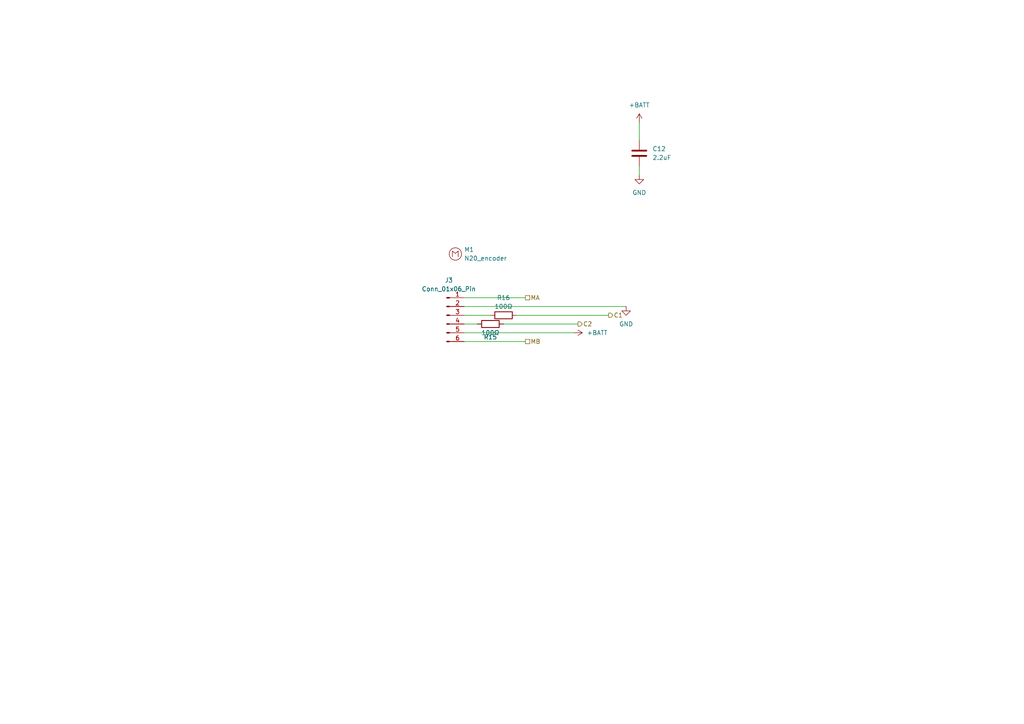
<source format=kicad_sch>
(kicad_sch (version 20230121) (generator eeschema)
  (paper "A4")
  (lib_symbols
    (symbol "Connector:Conn_01x06_Pin" (pin_names (offset 1.016) hide)
      (property "Reference" "J" (at 0 7.62 0))
      (property "Value" "Conn_01x06_Pin" (at 0 -10.16 0))
      (symbol "Conn_01x06_Pin_1_1"
        (polyline (pts (xy 1.27 -7.62) (xy 0.8636 -7.62)) (stroke (width 0.1524)))
        (polyline (pts (xy 1.27 -5.08) (xy 0.8636 -5.08)) (stroke (width 0.1524)))
        (polyline (pts (xy 1.27 -2.54) (xy 0.8636 -2.54)) (stroke (width 0.1524)))
        (polyline (pts (xy 1.27 0) (xy 0.8636 0)) (stroke (width 0.1524)))
        (polyline (pts (xy 1.27 2.54) (xy 0.8636 2.54)) (stroke (width 0.1524)))
        (polyline (pts (xy 1.27 5.08) (xy 0.8636 5.08)) (stroke (width 0.1524)))
        (rectangle (start 0.8636 -7.493) (end 0 -7.747) (stroke (width 0.1524)) (fill (type outline)))
        (rectangle (start 0.8636 -4.953) (end 0 -5.207) (stroke (width 0.1524)) (fill (type outline)))
        (rectangle (start 0.8636 -2.413) (end 0 -2.667) (stroke (width 0.1524)) (fill (type outline)))
        (rectangle (start 0.8636 0.127) (end 0 -0.127) (stroke (width 0.1524)) (fill (type outline)))
        (rectangle (start 0.8636 2.667) (end 0 2.413) (stroke (width 0.1524)) (fill (type outline)))
        (rectangle (start 0.8636 5.207) (end 0 4.953) (stroke (width 0.1524)) (fill (type outline)))
        (pin passive line (at 5.08 5.08 180) (length 3.81) (name "Pin_1") (number "1"))
        (pin passive line (at 5.08 2.54 180) (length 3.81) (name "Pin_2") (number "2"))
        (pin passive line (at 5.08 0 180) (length 3.81) (name "Pin_3") (number "3"))
        (pin passive line (at 5.08 -2.54 180) (length 3.81) (name "Pin_4") (number "4"))
        (pin passive line (at 5.08 -5.08 180) (length 3.81) (name "Pin_5") (number "5"))
        (pin passive line (at 5.08 -7.62 180) (length 3.81) (name "Pin_6") (number "6"))
      )
    )
    (symbol "Device:C" (pin_numbers hide) (pin_names (offset 0.254))
      (property "Reference" "C" (at 0.635 2.54 0))
      (property "Value" "C" (at 0.635 -2.54 0))
      (symbol "C_0_1"
        (polyline (pts (xy -2.032 -0.762) (xy 2.032 -0.762)) (stroke (width 0.508)))
        (polyline (pts (xy -2.032 0.762) (xy 2.032 0.762)) (stroke (width 0.508)))
      )
      (symbol "C_1_1"
        (pin passive line (at 0 3.81 270) (length 2.794) (name "~") (number "1"))
        (pin passive line (at 0 -3.81 90) (length 2.794) (name "~") (number "2"))
      )
    )
    (symbol "Device:R" (pin_numbers hide) (pin_names (offset 0))
      (property "Reference" "R" (at 2.032 0 90))
      (property "Value" "R" (at 0 0 90))
      (symbol "R_0_1"
        (rectangle (start -1.016 -2.54) (end 1.016 2.54) (stroke (width 0.254)))
      )
      (symbol "R_1_1"
        (pin passive line (at 0 3.81 270) (length 1.27) (name "~") (number "1"))
        (pin passive line (at 0 -3.81 90) (length 1.27) (name "~") (number "2"))
      )
    )
    (symbol "minimouse:N20_w_encoder"
      (property "Reference" "M" (at -8.89 1.27 0))
      (property "Value" "N20_encoder" (at 0 -2.54 0))
      (symbol "N20_w_encoder_0_1"
        (polyline (pts (xy -0.8636 -0.8128) (xy -0.8636 0.8636) (xy 0 0.1524) (xy 0.8128 0.8636) (xy 0.8128 -0.8128)))
        (circle (center 0 0) (radius 1.7961))
      )
    )
    (symbol "power:+BATT" (power) (pin_names (offset 0))
      (property "Value" "+BATT" (at 0 3.556 0))
      (symbol "+BATT_0_1"
        (polyline (pts (xy -0.762 1.27) (xy 0 2.54)))
        (polyline (pts (xy 0 0) (xy 0 2.54)))
        (polyline (pts (xy 0 2.54) (xy 0.762 1.27)))
      )
      (symbol "+BATT_1_1"
        (pin power_in line (at 0 0 90) (length 0) hide (name "+BATT") (number "1"))
      )
    )
    (symbol "power:GND" (power) (pin_names (offset 0))
      (property "Value" "GND" (at 0 -3.81 0))
      (symbol "GND_0_1"
        (polyline (pts (xy 0 0) (xy 0 -1.27) (xy 1.27 -1.27) (xy 0 -2.54) (xy -1.27 -1.27) (xy 0 -1.27)))
      )
      (symbol "GND_1_1"
        (pin power_in line (at 0 0 270) (length 0) hide (name "GND") (number "1"))
      )
    )
  )
  (wire (pts (xy 149.86 91.44) (xy 176.53 91.44)))
  (wire (pts (xy 134.62 86.36) (xy 152.4 86.36)))
  (wire (pts (xy 146.05 93.98) (xy 167.64 93.98)))
  (wire (pts (xy 134.62 96.52) (xy 166.37 96.52)))
  (wire (pts (xy 134.62 99.06) (xy 152.4 99.06)))
  (wire (pts (xy 185.42 48.26) (xy 185.42 50.8)))
  (wire (pts (xy 134.62 93.98) (xy 138.43 93.98)))
  (wire (pts (xy 134.62 91.44) (xy 142.24 91.44)))
  (wire (pts (xy 185.42 35.56) (xy 185.42 40.64)))
  (wire (pts (xy 134.62 88.9) (xy 181.61 88.9)))
  (hierarchical_label "C1" (shape output) (at 176.53 91.44 0))
  (hierarchical_label "C2" (shape output) (at 167.64 93.98 0))
  (hierarchical_label "MB" (shape passive) (at 152.4 99.06 0))
  (hierarchical_label "MA" (shape passive) (at 152.4 86.36 0))
  (symbol (lib_id "power:+BATT") (at 166.37 96.52 270) (unit 1)
    (property "Reference" "#PWR022" (effects hide))
    (property "Value" "+BATT" (at 170.18 96.52 90) (effects (justify left)))
    (instances (project "minimouse" (path "" (reference "#PWR022") (unit 1)) (path "" (reference "#PWR026") (unit 1))))
  )
  (symbol (lib_id "Device:C") (at 185.42 44.45 0) (unit 1)
    (property "Reference" "C12" (at 189.23 43.18 0) (effects (justify left)))
    (property "Value" "2.2uF" (at 189.23 45.72 0) (effects (justify left)))
    (property "Footprint" "Capacitor_SMD:C_0603_1608Metric" (effects hide))
    (instances (project "minimouse" (path "" (reference "C12") (unit 1)) (path "" (reference "C13") (unit 1))))
  )
  (symbol (lib_id "power:+BATT") (at 185.42 35.56 0) (unit 1)
    (property "Reference" "#PWR024" (effects hide))
    (property "Value" "+BATT" (at 185.42 30.48 0))
    (instances (project "minimouse" (path "" (reference "#PWR024") (unit 1)) (path "" (reference "#PWR028") (unit 1))))
  )
  (symbol (lib_id "Device:R") (at 146.05 91.44 90) (unit 1)
    (property "Reference" "R16" (at 146.05 86.36 90))
    (property "Value" "100Ω" (at 146.05 88.9 90))
    (property "Footprint" "Resistor_SMD:R_0603_1608Metric" (effects hide))
    (instances (project "minimouse" (path "" (reference "R16") (unit 1)) (path "" (reference "R18") (unit 1))))
  )
  (symbol (lib_id "minimouse:N20_w_encoder") (at 132.08 73.66 0) (unit 1)
    (property "Reference" "M1" (at 134.62 72.39 0) (effects (justify left)))
    (property "Value" "N20_encoder" (at 134.62 74.93 0) (effects (justify left)))
    (property "Footprint" "minimouse:N20_with_encoder" (effects hide))
    (instances (project "minimouse" (path "" (reference "M1") (unit 1)) (path "" (reference "M2") (unit 1))))
  )
  (symbol (lib_id "power:GND") (at 185.42 50.8 0) (unit 1)
    (property "Reference" "#PWR025" (effects hide))
    (property "Value" "GND" (at 185.42 55.88 0))
    (instances (project "minimouse" (path "" (reference "#PWR025") (unit 1)) (path "" (reference "#PWR029") (unit 1))))
  )
  (symbol (lib_id "Device:R") (at 142.24 93.98 90) (unit 1)
    (property "Reference" "R15" (at 142.24 97.79 90))
    (property "Value" "100Ω" (at 142.24 96.52 90))
    (property "Footprint" "Resistor_SMD:R_0603_1608Metric" (effects hide))
    (instances (project "minimouse" (path "" (reference "R15") (unit 1)) (path "" (reference "R17") (unit 1))))
  )
  (symbol (lib_id "Connector:Conn_01x06_Pin") (at 129.54 91.44 0) (unit 1)
    (property "Reference" "J3" (at 130.175 81.28 0))
    (property "Value" "Conn_01x06_Pin" (at 130.175 83.82 0))
    (property "Footprint" "Connector_PinHeader_2.54mm:PinHeader_1x06_P2.54mm_Vertical" (effects hide))
    (instances (project "minimouse" (path "" (reference "J3") (unit 1)) (path "" (reference "J4") (unit 1))))
  )
  (symbol (lib_id "power:GND") (at 181.61 88.9 0) (unit 1)
    (property "Reference" "#PWR023" (effects hide))
    (property "Value" "GND" (at 181.61 93.98 0))
    (instances (project "minimouse" (path "" (reference "#PWR023") (unit 1)) (path "" (reference "#PWR027") (unit 1))))
  )
)
</source>
